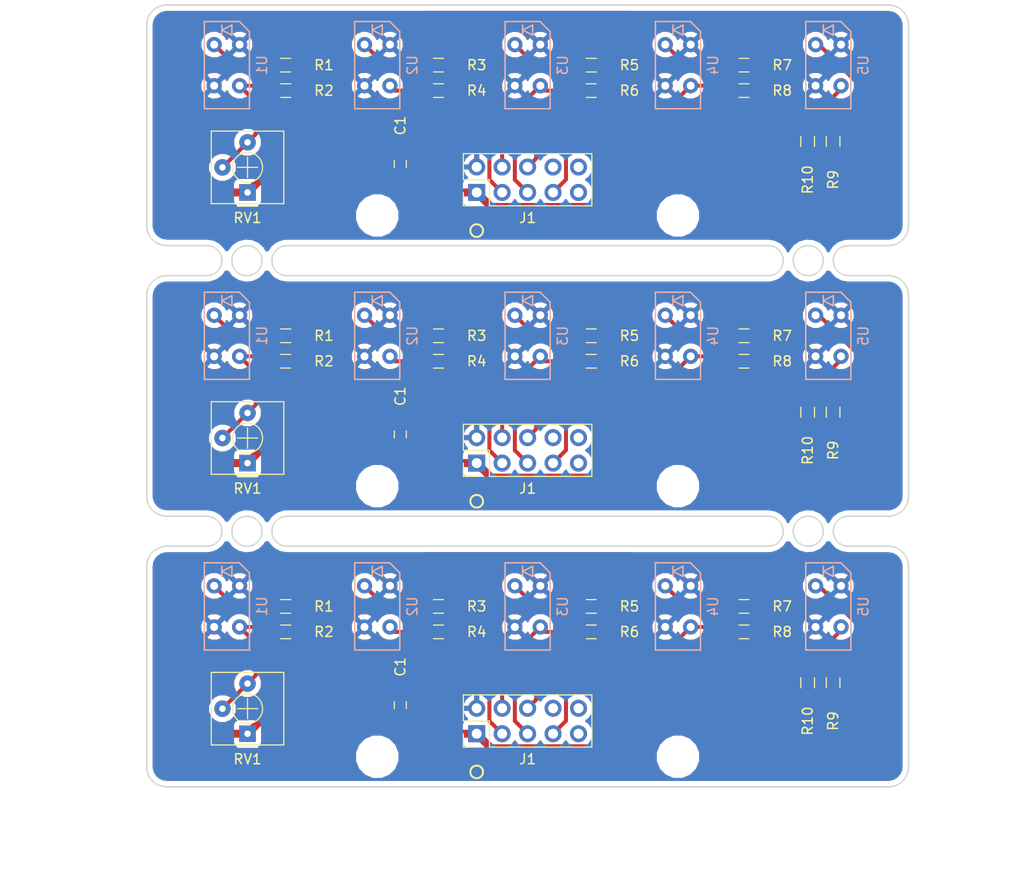
<source format=kicad_pcb>
(kicad_pcb (version 20171130) (host pcbnew "(5.0.2)-1")
  (layers (0 F.Cu signal) (31 B.Cu signal) (34 B.Paste user) (35 F.Paste user) (36 B.SilkS user) (37 F.SilkS user) (38 B.Mask user) (39 F.Mask user) (44 Edge.Cuts user))
  (net 0 "")
  (net 1 VCC)
  (net 2 GND)
  (net 3 "Net-(J1-Pad10)")
  (net 4 "Net-(J1-Pad9)")
  (net 5 "Net-(J1-Pad8)")
  (net 6 /OUT5)
  (net 7 /OUT4)
  (net 8 /OUT3)
  (net 9 /OUT2)
  (net 10 /OUT1)
  (net 11 "Net-(R1-Pad2)")
  (net 12 "Net-(R3-Pad2)")
  (net 13 "Net-(R5-Pad2)")
  (net 14 "Net-(R7-Pad2)")
  (net 15 "Net-(R9-Pad2)")
  (module photo-reflector:LBR-127HD (layer B.Cu) (at 163 120 90)
    (fp_text reference U4 (at 0 3.5 90) (layer B.SilkS) (effects (justify mirror)))
    (fp_text value BPR-205)
    (pad 1 thru_hole circle (at 2.05 1.27 90) (size 1.524 1.524) (drill 0.8) (layers *.Cu *.Mask) (net 2 GND))
    (pad 2 thru_hole circle (at 2.05 -1.27 90) (size 1.524 1.524) (drill 0.8) (layers *.Cu *.Mask) (net 14 "Net-(R7-Pad2)"))
    (pad 3 thru_hole circle (at -2.049999 1.27 90) (size 1.524 1.524) (drill 0.8) (layers *.Cu *.Mask) (net 7 /OUT4))
    (pad 4 thru_hole circle (at -2.049999 -1.27 90) (size 1.524 1.524) (drill 0.8) (layers *.Cu *.Mask) (net 2 GND))
  )
  (module photo-reflector:LBR-127HD (layer B.Cu) (at 163 93 90)
    (fp_text reference U4 (at 0 3.5 90) (layer B.SilkS) (effects (justify mirror)))
    (fp_text value BPR-205)
    (pad 1 thru_hole circle (at 2.05 1.27 90) (size 1.524 1.524) (drill 0.8) (layers *.Cu *.Mask) (net 2 GND))
    (pad 2 thru_hole circle (at 2.05 -1.27 90) (size 1.524 1.524) (drill 0.8) (layers *.Cu *.Mask) (net 14 "Net-(R7-Pad2)"))
    (pad 3 thru_hole circle (at -2.049999 1.27 90) (size 1.524 1.524) (drill 0.8) (layers *.Cu *.Mask) (net 7 /OUT4))
    (pad 4 thru_hole circle (at -2.049999 -1.27 90) (size 1.524 1.524) (drill 0.8) (layers *.Cu *.Mask) (net 2 GND))
  )
  (module photo-reflector:LBR-127HD (layer B.Cu) (at 133 120 90)
    (fp_text reference U2 (at 0 3.5 90) (layer B.SilkS) (effects (justify mirror)))
    (fp_text value BPR-205)
    (pad 1 thru_hole circle (at 2.05 1.27 90) (size 1.524 1.524) (drill 0.8) (layers *.Cu *.Mask) (net 2 GND))
    (pad 2 thru_hole circle (at 2.05 -1.27 90) (size 1.524 1.524) (drill 0.8) (layers *.Cu *.Mask) (net 12 "Net-(R3-Pad2)"))
    (pad 3 thru_hole circle (at -2.049999 1.27 90) (size 1.524 1.524) (drill 0.8) (layers *.Cu *.Mask) (net 9 /OUT2))
    (pad 4 thru_hole circle (at -2.049999 -1.27 90) (size 1.524 1.524) (drill 0.8) (layers *.Cu *.Mask) (net 2 GND))
  )
  (module photo-reflector:LBR-127HD (layer B.Cu) (at 133 93 90)
    (fp_text reference U2 (at 0 3.5 90) (layer B.SilkS) (effects (justify mirror)))
    (fp_text value BPR-205)
    (pad 1 thru_hole circle (at 2.05 1.27 90) (size 1.524 1.524) (drill 0.8) (layers *.Cu *.Mask) (net 2 GND))
    (pad 2 thru_hole circle (at 2.05 -1.27 90) (size 1.524 1.524) (drill 0.8) (layers *.Cu *.Mask) (net 12 "Net-(R3-Pad2)"))
    (pad 3 thru_hole circle (at -2.049999 1.27 90) (size 1.524 1.524) (drill 0.8) (layers *.Cu *.Mask) (net 9 /OUT2))
    (pad 4 thru_hole circle (at -2.049999 -1.27 90) (size 1.524 1.524) (drill 0.8) (layers *.Cu *.Mask) (net 2 GND))
  )
  (module photo-reflector:LBR-127HD (layer B.Cu) (at 118 120 90)
    (fp_text reference U1 (at 0 3.5 90) (layer B.SilkS) (effects (justify mirror)))
    (fp_text value BPR-205)
    (pad 4 thru_hole circle (at -2.049999 -1.27 90) (size 1.524 1.524) (drill 0.8) (layers *.Cu *.Mask) (net 2 GND))
    (pad 3 thru_hole circle (at -2.049999 1.27 90) (size 1.524 1.524) (drill 0.8) (layers *.Cu *.Mask) (net 10 /OUT1))
    (pad 2 thru_hole circle (at 2.05 -1.27 90) (size 1.524 1.524) (drill 0.8) (layers *.Cu *.Mask) (net 11 "Net-(R1-Pad2)"))
    (pad 1 thru_hole circle (at 2.05 1.27 90) (size 1.524 1.524) (drill 0.8) (layers *.Cu *.Mask) (net 2 GND))
  )
  (module photo-reflector:LBR-127HD (layer B.Cu) (at 118 93 90)
    (fp_text reference U1 (at 0 3.5 90) (layer B.SilkS) (effects (justify mirror)))
    (fp_text value BPR-205)
    (pad 4 thru_hole circle (at -2.049999 -1.27 90) (size 1.524 1.524) (drill 0.8) (layers *.Cu *.Mask) (net 2 GND))
    (pad 3 thru_hole circle (at -2.049999 1.27 90) (size 1.524 1.524) (drill 0.8) (layers *.Cu *.Mask) (net 10 /OUT1))
    (pad 2 thru_hole circle (at 2.05 -1.27 90) (size 1.524 1.524) (drill 0.8) (layers *.Cu *.Mask) (net 11 "Net-(R1-Pad2)"))
    (pad 1 thru_hole circle (at 2.05 1.27 90) (size 1.524 1.524) (drill 0.8) (layers *.Cu *.Mask) (net 2 GND))
  )
  (module Resistors_SMD:R_0603_HandSoldering (layer F.Cu) (at 178.48 127.62 90)
    (fp_text reference R9 (at -3.81 0 90) (layer F.SilkS))
    (fp_text value 150)
    (pad 2 smd rect (at 1.1 0 90) (size 1.2 0.9) (layers F.Cu F.Paste F.Mask) (net 15 "Net-(R9-Pad2)"))
    (pad 1 smd rect (at -1.1 0 90) (size 1.2 0.9) (layers F.Cu F.Paste F.Mask) (net 1 VCC))
  )
  (module Resistors_SMD:R_0603_HandSoldering (layer F.Cu) (at 178.48 100.62 90)
    (fp_text reference R9 (at -3.81 0 90) (layer F.SilkS))
    (fp_text value 150)
    (pad 2 smd rect (at 1.1 0 90) (size 1.2 0.9) (layers F.Cu F.Paste F.Mask) (net 15 "Net-(R9-Pad2)"))
    (pad 1 smd rect (at -1.1 0 90) (size 1.2 0.9) (layers F.Cu F.Paste F.Mask) (net 1 VCC))
  )
  (module Potentiometers:Potentiometer_Trimmer_Copal_CT-6EP (layer F.Cu) (at 120.06 132.7 180)
    (fp_text reference RV1 (at 0 -2.54 180) (layer F.SilkS))
    (fp_text value 50k)
    (pad 1 thru_hole rect (at 0 0 180) (size 1.65 1.65) (drill 0.65) (layers *.Cu *.Mask) (net 1 VCC))
    (pad 2 thru_hole circle (at 2.5 2.5 180) (size 1.65 1.65) (drill 0.65) (layers *.Cu *.Mask) (net 10 /OUT1))
    (pad 3 thru_hole circle (at 0 5 180) (size 1.65 1.65) (drill 0.65) (layers *.Cu *.Mask) (net 10 /OUT1))
  )
  (module Potentiometers:Potentiometer_Trimmer_Copal_CT-6EP (layer F.Cu) (at 120.06 105.7 180)
    (fp_text reference RV1 (at 0 -2.54 180) (layer F.SilkS))
    (fp_text value 50k)
    (pad 1 thru_hole rect (at 0 0 180) (size 1.65 1.65) (drill 0.65) (layers *.Cu *.Mask) (net 1 VCC))
    (pad 2 thru_hole circle (at 2.5 2.5 180) (size 1.65 1.65) (drill 0.65) (layers *.Cu *.Mask) (net 10 /OUT1))
    (pad 3 thru_hole circle (at 0 5 180) (size 1.65 1.65) (drill 0.65) (layers *.Cu *.Mask) (net 10 /OUT1))
  )
  (module Resistors_SMD:R_0603_HandSoldering (layer F.Cu) (at 175.94 127.62 90)
    (fp_text reference R10 (at -3.81 0 90) (layer F.SilkS))
    (fp_text value 10k)
    (pad 1 smd rect (at -1.1 0 90) (size 1.2 0.9) (layers F.Cu F.Paste F.Mask) (net 1 VCC))
    (pad 2 smd rect (at 1.1 0 90) (size 1.2 0.9) (layers F.Cu F.Paste F.Mask) (net 6 /OUT5))
  )
  (module Resistors_SMD:R_0603_HandSoldering (layer F.Cu) (at 175.94 100.62 90)
    (fp_text reference R10 (at -3.81 0 90) (layer F.SilkS))
    (fp_text value 10k)
    (pad 1 smd rect (at -1.1 0 90) (size 1.2 0.9) (layers F.Cu F.Paste F.Mask) (net 1 VCC))
    (pad 2 smd rect (at 1.1 0 90) (size 1.2 0.9) (layers F.Cu F.Paste F.Mask) (net 6 /OUT5))
  )
  (module photo-reflector:LBR-127HD (layer B.Cu) (at 148 120 90)
    (fp_text reference U3 (at 0 3.5 90) (layer B.SilkS) (effects (justify mirror)))
    (fp_text value BPR-205)
    (pad 4 thru_hole circle (at -2.049999 -1.27 90) (size 1.524 1.524) (drill 0.8) (layers *.Cu *.Mask) (net 2 GND))
    (pad 3 thru_hole circle (at -2.049999 1.27 90) (size 1.524 1.524) (drill 0.8) (layers *.Cu *.Mask) (net 8 /OUT3))
    (pad 2 thru_hole circle (at 2.05 -1.27 90) (size 1.524 1.524) (drill 0.8) (layers *.Cu *.Mask) (net 13 "Net-(R5-Pad2)"))
    (pad 1 thru_hole circle (at 2.05 1.27 90) (size 1.524 1.524) (drill 0.8) (layers *.Cu *.Mask) (net 2 GND))
  )
  (module photo-reflector:LBR-127HD (layer B.Cu) (at 148 93 90)
    (fp_text reference U3 (at 0 3.5 90) (layer B.SilkS) (effects (justify mirror)))
    (fp_text value BPR-205)
    (pad 4 thru_hole circle (at -2.049999 -1.27 90) (size 1.524 1.524) (drill 0.8) (layers *.Cu *.Mask) (net 2 GND))
    (pad 3 thru_hole circle (at -2.049999 1.27 90) (size 1.524 1.524) (drill 0.8) (layers *.Cu *.Mask) (net 8 /OUT3))
    (pad 2 thru_hole circle (at 2.05 -1.27 90) (size 1.524 1.524) (drill 0.8) (layers *.Cu *.Mask) (net 13 "Net-(R5-Pad2)"))
    (pad 1 thru_hole circle (at 2.05 1.27 90) (size 1.524 1.524) (drill 0.8) (layers *.Cu *.Mask) (net 2 GND))
  )
  (module Mounting_Holes:MountingHole_3.2mm_M3 (layer F.Cu) (at 163 135)
    (fp_text reference REF** hide)
    (fp_text value MountingHole_3.2mm_M3)
    (pad 1 np_thru_hole circle (at 0 0) (size 3.2 3.2) (drill 3.2) (layers *.Cu *.Mask))
  )
  (module Mounting_Holes:MountingHole_3.2mm_M3 (layer F.Cu) (at 163 108)
    (fp_text reference REF** hide)
    (fp_text value MountingHole_3.2mm_M3)
    (pad 1 np_thru_hole circle (at 0 0) (size 3.2 3.2) (drill 3.2) (layers *.Cu *.Mask))
  )
  (module photo-reflector:LBR-127HD (layer B.Cu) (at 178 120 90)
    (fp_text reference U5 (at 0 3.5 90) (layer B.SilkS) (effects (justify mirror)))
    (fp_text value BPR-205)
    (pad 4 thru_hole circle (at -2.049999 -1.27 90) (size 1.524 1.524) (drill 0.8) (layers *.Cu *.Mask) (net 2 GND))
    (pad 3 thru_hole circle (at -2.049999 1.27 90) (size 1.524 1.524) (drill 0.8) (layers *.Cu *.Mask) (net 6 /OUT5))
    (pad 2 thru_hole circle (at 2.05 -1.27 90) (size 1.524 1.524) (drill 0.8) (layers *.Cu *.Mask) (net 15 "Net-(R9-Pad2)"))
    (pad 1 thru_hole circle (at 2.05 1.27 90) (size 1.524 1.524) (drill 0.8) (layers *.Cu *.Mask) (net 2 GND))
  )
  (module photo-reflector:LBR-127HD (layer B.Cu) (at 178 93 90)
    (fp_text reference U5 (at 0 3.5 90) (layer B.SilkS) (effects (justify mirror)))
    (fp_text value BPR-205)
    (pad 4 thru_hole circle (at -2.049999 -1.27 90) (size 1.524 1.524) (drill 0.8) (layers *.Cu *.Mask) (net 2 GND))
    (pad 3 thru_hole circle (at -2.049999 1.27 90) (size 1.524 1.524) (drill 0.8) (layers *.Cu *.Mask) (net 6 /OUT5))
    (pad 2 thru_hole circle (at 2.05 -1.27 90) (size 1.524 1.524) (drill 0.8) (layers *.Cu *.Mask) (net 15 "Net-(R9-Pad2)"))
    (pad 1 thru_hole circle (at 2.05 1.27 90) (size 1.524 1.524) (drill 0.8) (layers *.Cu *.Mask) (net 2 GND))
  )
  (module Pin_Headers:Pin_Header_Straight_2x05_Pitch2.54mm (layer F.Cu) (at 142.92 132.7 90)
    (fp_text reference J1 (at -2.54 5.08 180) (layer F.SilkS))
    (fp_text value Conn_02x05_Odd_Even)
    (pad 1 thru_hole rect (at 0 0 90) (size 1.7 1.7) (drill 1) (layers *.Cu *.Mask) (net 1 VCC))
    (pad 2 thru_hole oval (at 2.54 0 90) (size 1.7 1.7) (drill 1) (layers *.Cu *.Mask) (net 2 GND))
    (pad 3 thru_hole oval (at 0 2.54 90) (size 1.7 1.7) (drill 1) (layers *.Cu *.Mask) (net 10 /OUT1))
    (pad 4 thru_hole oval (at 2.54 2.54 90) (size 1.7 1.7) (drill 1) (layers *.Cu *.Mask) (net 9 /OUT2))
    (pad 5 thru_hole oval (at 0 5.08 90) (size 1.7 1.7) (drill 1) (layers *.Cu *.Mask) (net 8 /OUT3))
    (pad 6 thru_hole oval (at 2.54 5.08 90) (size 1.7 1.7) (drill 1) (layers *.Cu *.Mask) (net 7 /OUT4))
    (pad 7 thru_hole oval (at 0 7.62 90) (size 1.7 1.7) (drill 1) (layers *.Cu *.Mask) (net 6 /OUT5))
    (pad 8 thru_hole oval (at 2.54 7.62 90) (size 1.7 1.7) (drill 1) (layers *.Cu *.Mask) (net 5 "Net-(J1-Pad8)"))
    (pad 9 thru_hole oval (at 0 10.16 90) (size 1.7 1.7) (drill 1) (layers *.Cu *.Mask) (net 4 "Net-(J1-Pad9)"))
    (pad 10 thru_hole oval (at 2.54 10.16 90) (size 1.7 1.7) (drill 1) (layers *.Cu *.Mask) (net 3 "Net-(J1-Pad10)"))
  )
  (module Pin_Headers:Pin_Header_Straight_2x05_Pitch2.54mm (layer F.Cu) (at 142.92 105.7 90)
    (fp_text reference J1 (at -2.54 5.08 180) (layer F.SilkS))
    (fp_text value Conn_02x05_Odd_Even)
    (pad 1 thru_hole rect (at 0 0 90) (size 1.7 1.7) (drill 1) (layers *.Cu *.Mask) (net 1 VCC))
    (pad 2 thru_hole oval (at 2.54 0 90) (size 1.7 1.7) (drill 1) (layers *.Cu *.Mask) (net 2 GND))
    (pad 3 thru_hole oval (at 0 2.54 90) (size 1.7 1.7) (drill 1) (layers *.Cu *.Mask) (net 10 /OUT1))
    (pad 4 thru_hole oval (at 2.54 2.54 90) (size 1.7 1.7) (drill 1) (layers *.Cu *.Mask) (net 9 /OUT2))
    (pad 5 thru_hole oval (at 0 5.08 90) (size 1.7 1.7) (drill 1) (layers *.Cu *.Mask) (net 8 /OUT3))
    (pad 6 thru_hole oval (at 2.54 5.08 90) (size 1.7 1.7) (drill 1) (layers *.Cu *.Mask) (net 7 /OUT4))
    (pad 7 thru_hole oval (at 0 7.62 90) (size 1.7 1.7) (drill 1) (layers *.Cu *.Mask) (net 6 /OUT5))
    (pad 8 thru_hole oval (at 2.54 7.62 90) (size 1.7 1.7) (drill 1) (layers *.Cu *.Mask) (net 5 "Net-(J1-Pad8)"))
    (pad 9 thru_hole oval (at 0 10.16 90) (size 1.7 1.7) (drill 1) (layers *.Cu *.Mask) (net 4 "Net-(J1-Pad9)"))
    (pad 10 thru_hole oval (at 2.54 10.16 90) (size 1.7 1.7) (drill 1) (layers *.Cu *.Mask) (net 3 "Net-(J1-Pad10)"))
  )
  (module Resistors_SMD:R_0603_HandSoldering (layer F.Cu) (at 169.59 120 180)
    (fp_text reference R7 (at -3.81 0 180) (layer F.SilkS))
    (fp_text value 150)
    (pad 2 smd rect (at 1.1 0 180) (size 1.2 0.9) (layers F.Cu F.Paste F.Mask) (net 14 "Net-(R7-Pad2)"))
    (pad 1 smd rect (at -1.1 0 180) (size 1.2 0.9) (layers F.Cu F.Paste F.Mask) (net 1 VCC))
  )
  (module Resistors_SMD:R_0603_HandSoldering (layer F.Cu) (at 169.59 93 180)
    (fp_text reference R7 (at -3.81 0 180) (layer F.SilkS))
    (fp_text value 150)
    (pad 2 smd rect (at 1.1 0 180) (size 1.2 0.9) (layers F.Cu F.Paste F.Mask) (net 14 "Net-(R7-Pad2)"))
    (pad 1 smd rect (at -1.1 0 180) (size 1.2 0.9) (layers F.Cu F.Paste F.Mask) (net 1 VCC))
  )
  (module Resistors_SMD:R_0603_HandSoldering (layer F.Cu) (at 154.35 122.54 180)
    (fp_text reference R6 (at -3.81 0 180) (layer F.SilkS))
    (fp_text value 10k)
    (pad 1 smd rect (at -1.1 0 180) (size 1.2 0.9) (layers F.Cu F.Paste F.Mask) (net 1 VCC))
    (pad 2 smd rect (at 1.1 0 180) (size 1.2 0.9) (layers F.Cu F.Paste F.Mask) (net 8 /OUT3))
  )
  (module Resistors_SMD:R_0603_HandSoldering (layer F.Cu) (at 154.35 95.54 180)
    (fp_text reference R6 (at -3.81 0 180) (layer F.SilkS))
    (fp_text value 10k)
    (pad 1 smd rect (at -1.1 0 180) (size 1.2 0.9) (layers F.Cu F.Paste F.Mask) (net 1 VCC))
    (pad 2 smd rect (at 1.1 0 180) (size 1.2 0.9) (layers F.Cu F.Paste F.Mask) (net 8 /OUT3))
  )
  (module Mounting_Holes:MountingHole_3.2mm_M3 (layer F.Cu) (at 133 135)
    (fp_text reference REF** hide)
    (fp_text value MountingHole_3.2mm_M3)
    (pad 1 np_thru_hole circle (at 0 0) (size 3.2 3.2) (drill 3.2) (layers *.Cu *.Mask))
  )
  (module Mounting_Holes:MountingHole_3.2mm_M3 (layer F.Cu) (at 133 108)
    (fp_text reference REF** hide)
    (fp_text value MountingHole_3.2mm_M3)
    (pad 1 np_thru_hole circle (at 0 0) (size 3.2 3.2) (drill 3.2) (layers *.Cu *.Mask))
  )
  (module Resistors_SMD:R_0603_HandSoldering (layer F.Cu) (at 154.35 120 180)
    (fp_text reference R5 (at -3.81 0 180) (layer F.SilkS))
    (fp_text value 150)
    (pad 2 smd rect (at 1.1 0 180) (size 1.2 0.9) (layers F.Cu F.Paste F.Mask) (net 13 "Net-(R5-Pad2)"))
    (pad 1 smd rect (at -1.1 0 180) (size 1.2 0.9) (layers F.Cu F.Paste F.Mask) (net 1 VCC))
  )
  (module Resistors_SMD:R_0603_HandSoldering (layer F.Cu) (at 154.35 93 180)
    (fp_text reference R5 (at -3.81 0 180) (layer F.SilkS))
    (fp_text value 150)
    (pad 2 smd rect (at 1.1 0 180) (size 1.2 0.9) (layers F.Cu F.Paste F.Mask) (net 13 "Net-(R5-Pad2)"))
    (pad 1 smd rect (at -1.1 0 180) (size 1.2 0.9) (layers F.Cu F.Paste F.Mask) (net 1 VCC))
  )
  (module Resistors_SMD:R_0603_HandSoldering (layer F.Cu) (at 139.11 122.54 180)
    (fp_text reference R4 (at -3.81 0 180) (layer F.SilkS))
    (fp_text value 10k)
    (pad 2 smd rect (at 1.1 0 180) (size 1.2 0.9) (layers F.Cu F.Paste F.Mask) (net 9 /OUT2))
    (pad 1 smd rect (at -1.1 0 180) (size 1.2 0.9) (layers F.Cu F.Paste F.Mask) (net 1 VCC))
  )
  (module Resistors_SMD:R_0603_HandSoldering (layer F.Cu) (at 139.11 95.54 180)
    (fp_text reference R4 (at -3.81 0 180) (layer F.SilkS))
    (fp_text value 10k)
    (pad 2 smd rect (at 1.1 0 180) (size 1.2 0.9) (layers F.Cu F.Paste F.Mask) (net 9 /OUT2))
    (pad 1 smd rect (at -1.1 0 180) (size 1.2 0.9) (layers F.Cu F.Paste F.Mask) (net 1 VCC))
  )
  (module Resistors_SMD:R_0603_HandSoldering (layer F.Cu) (at 139.11 120 180)
    (fp_text reference R3 (at -3.81 0 180) (layer F.SilkS))
    (fp_text value 150)
    (pad 1 smd rect (at -1.1 0 180) (size 1.2 0.9) (layers F.Cu F.Paste F.Mask) (net 1 VCC))
    (pad 2 smd rect (at 1.1 0 180) (size 1.2 0.9) (layers F.Cu F.Paste F.Mask) (net 12 "Net-(R3-Pad2)"))
  )
  (module Resistors_SMD:R_0603_HandSoldering (layer F.Cu) (at 139.11 93 180)
    (fp_text reference R3 (at -3.81 0 180) (layer F.SilkS))
    (fp_text value 150)
    (pad 1 smd rect (at -1.1 0 180) (size 1.2 0.9) (layers F.Cu F.Paste F.Mask) (net 1 VCC))
    (pad 2 smd rect (at 1.1 0 180) (size 1.2 0.9) (layers F.Cu F.Paste F.Mask) (net 12 "Net-(R3-Pad2)"))
  )
  (module Resistors_SMD:R_0603_HandSoldering (layer F.Cu) (at 123.87 122.54 180)
    (fp_text reference R2 (at -3.81 0 180) (layer F.SilkS))
    (fp_text value 10k)
    (pad 2 smd rect (at 1.1 0 180) (size 1.2 0.9) (layers F.Cu F.Paste F.Mask) (net 10 /OUT1))
    (pad 1 smd rect (at -1.1 0 180) (size 1.2 0.9) (layers F.Cu F.Paste F.Mask) (net 1 VCC))
  )
  (module Resistors_SMD:R_0603_HandSoldering (layer F.Cu) (at 123.87 95.54 180)
    (fp_text reference R2 (at -3.81 0 180) (layer F.SilkS))
    (fp_text value 10k)
    (pad 2 smd rect (at 1.1 0 180) (size 1.2 0.9) (layers F.Cu F.Paste F.Mask) (net 10 /OUT1))
    (pad 1 smd rect (at -1.1 0 180) (size 1.2 0.9) (layers F.Cu F.Paste F.Mask) (net 1 VCC))
  )
  (module Resistors_SMD:R_0603_HandSoldering (layer F.Cu) (at 123.87 120 180)
    (fp_text reference R1 (at -3.81 0 180) (layer F.SilkS))
    (fp_text value 150)
    (pad 1 smd rect (at -1.1 0 180) (size 1.2 0.9) (layers F.Cu F.Paste F.Mask) (net 1 VCC))
    (pad 2 smd rect (at 1.1 0 180) (size 1.2 0.9) (layers F.Cu F.Paste F.Mask) (net 11 "Net-(R1-Pad2)"))
  )
  (module Resistors_SMD:R_0603_HandSoldering (layer F.Cu) (at 123.87 93 180)
    (fp_text reference R1 (at -3.81 0 180) (layer F.SilkS))
    (fp_text value 150)
    (pad 1 smd rect (at -1.1 0 180) (size 1.2 0.9) (layers F.Cu F.Paste F.Mask) (net 1 VCC))
    (pad 2 smd rect (at 1.1 0 180) (size 1.2 0.9) (layers F.Cu F.Paste F.Mask) (net 11 "Net-(R1-Pad2)"))
  )
  (module Capacitors_SMD:C_0603_HandSoldering (layer F.Cu) (at 135.3 129.845 270)
    (fp_text reference C1 (at -3.81 0 270) (layer F.SilkS))
    (fp_text value C)
    (pad 1 smd rect (at -0.95 0 270) (size 1.2 0.75) (layers F.Cu F.Paste F.Mask) (net 2 GND))
    (pad 2 smd rect (at 0.95 0 270) (size 1.2 0.75) (layers F.Cu F.Paste F.Mask) (net 1 VCC))
  )
  (module Capacitors_SMD:C_0603_HandSoldering (layer F.Cu) (at 135.3 102.845 270)
    (fp_text reference C1 (at -3.81 0 270) (layer F.SilkS))
    (fp_text value C)
    (pad 1 smd rect (at -0.95 0 270) (size 1.2 0.75) (layers F.Cu F.Paste F.Mask) (net 2 GND))
    (pad 2 smd rect (at 0.95 0 270) (size 1.2 0.75) (layers F.Cu F.Paste F.Mask) (net 1 VCC))
  )
  (module Resistors_SMD:R_0603_HandSoldering (layer F.Cu) (at 169.59 122.54 180)
    (fp_text reference R8 (at -3.81 0 180) (layer F.SilkS))
    (fp_text value 10k)
    (pad 1 smd rect (at -1.1 0 180) (size 1.2 0.9) (layers F.Cu F.Paste F.Mask) (net 1 VCC))
    (pad 2 smd rect (at 1.1 0 180) (size 1.2 0.9) (layers F.Cu F.Paste F.Mask) (net 7 /OUT4))
  )
  (module Resistors_SMD:R_0603_HandSoldering (layer F.Cu) (at 169.59 95.54 180)
    (fp_text reference R8 (at -3.81 0 180) (layer F.SilkS))
    (fp_text value 10k)
    (pad 1 smd rect (at -1.1 0 180) (size 1.2 0.9) (layers F.Cu F.Paste F.Mask) (net 1 VCC))
    (pad 2 smd rect (at 1.1 0 180) (size 1.2 0.9) (layers F.Cu F.Paste F.Mask) (net 7 /OUT4))
  )
  (module Mounting_Holes:MountingHole_3.2mm_M3 (layer F.Cu) (at 133 81)
    (fp_text reference REF** hide)
    (fp_text value MountingHole_3.2mm_M3)
    (pad 1 np_thru_hole circle (at 0 0) (size 3.2 3.2) (drill 3.2) (layers *.Cu *.Mask))
  )
  (module Capacitors_SMD:C_0603_HandSoldering (layer F.Cu) (at 135.3 75.845 270)
    (fp_text reference C1 (at -3.81 0 270) (layer F.SilkS))
    (fp_text value C)
    (pad 2 smd rect (at 0.95 0 270) (size 1.2 0.75) (layers F.Cu F.Paste F.Mask) (net 1 VCC))
    (pad 1 smd rect (at -0.95 0 270) (size 1.2 0.75) (layers F.Cu F.Paste F.Mask) (net 2 GND))
  )
  (module Resistors_SMD:R_0603_HandSoldering (layer F.Cu) (at 123.87 66 180)
    (fp_text reference R1 (at -3.81 0 180) (layer F.SilkS))
    (fp_text value 150)
    (pad 2 smd rect (at 1.1 0 180) (size 1.2 0.9) (layers F.Cu F.Paste F.Mask) (net 11 "Net-(R1-Pad2)"))
    (pad 1 smd rect (at -1.1 0 180) (size 1.2 0.9) (layers F.Cu F.Paste F.Mask) (net 1 VCC))
  )
  (module Resistors_SMD:R_0603_HandSoldering (layer F.Cu) (at 123.87 68.54 180)
    (fp_text reference R2 (at -3.81 0 180) (layer F.SilkS))
    (fp_text value 10k)
    (pad 1 smd rect (at -1.1 0 180) (size 1.2 0.9) (layers F.Cu F.Paste F.Mask) (net 1 VCC))
    (pad 2 smd rect (at 1.1 0 180) (size 1.2 0.9) (layers F.Cu F.Paste F.Mask) (net 10 /OUT1))
  )
  (module Resistors_SMD:R_0603_HandSoldering (layer F.Cu) (at 139.11 66 180)
    (fp_text reference R3 (at -3.81 0 180) (layer F.SilkS))
    (fp_text value 150)
    (pad 2 smd rect (at 1.1 0 180) (size 1.2 0.9) (layers F.Cu F.Paste F.Mask) (net 12 "Net-(R3-Pad2)"))
    (pad 1 smd rect (at -1.1 0 180) (size 1.2 0.9) (layers F.Cu F.Paste F.Mask) (net 1 VCC))
  )
  (module Resistors_SMD:R_0603_HandSoldering (layer F.Cu) (at 139.11 68.54 180)
    (fp_text reference R4 (at -3.81 0 180) (layer F.SilkS))
    (fp_text value 10k)
    (pad 1 smd rect (at -1.1 0 180) (size 1.2 0.9) (layers F.Cu F.Paste F.Mask) (net 1 VCC))
    (pad 2 smd rect (at 1.1 0 180) (size 1.2 0.9) (layers F.Cu F.Paste F.Mask) (net 9 /OUT2))
  )
  (module Resistors_SMD:R_0603_HandSoldering (layer F.Cu) (at 154.35 66 180)
    (fp_text reference R5 (at -3.81 0 180) (layer F.SilkS))
    (fp_text value 150)
    (pad 1 smd rect (at -1.1 0 180) (size 1.2 0.9) (layers F.Cu F.Paste F.Mask) (net 1 VCC))
    (pad 2 smd rect (at 1.1 0 180) (size 1.2 0.9) (layers F.Cu F.Paste F.Mask) (net 13 "Net-(R5-Pad2)"))
  )
  (module Resistors_SMD:R_0603_HandSoldering (layer F.Cu) (at 154.35 68.54 180)
    (fp_text reference R6 (at -3.81 0 180) (layer F.SilkS))
    (fp_text value 10k)
    (pad 2 smd rect (at 1.1 0 180) (size 1.2 0.9) (layers F.Cu F.Paste F.Mask) (net 8 /OUT3))
    (pad 1 smd rect (at -1.1 0 180) (size 1.2 0.9) (layers F.Cu F.Paste F.Mask) (net 1 VCC))
  )
  (module Resistors_SMD:R_0603_HandSoldering (layer F.Cu) (at 169.59 66 180)
    (fp_text reference R7 (at -3.81 0 180) (layer F.SilkS))
    (fp_text value 150)
    (pad 1 smd rect (at -1.1 0 180) (size 1.2 0.9) (layers F.Cu F.Paste F.Mask) (net 1 VCC))
    (pad 2 smd rect (at 1.1 0 180) (size 1.2 0.9) (layers F.Cu F.Paste F.Mask) (net 14 "Net-(R7-Pad2)"))
  )
  (module Resistors_SMD:R_0603_HandSoldering (layer F.Cu) (at 169.59 68.54 180)
    (fp_text reference R8 (at -3.81 0 180) (layer F.SilkS))
    (fp_text value 10k)
    (pad 2 smd rect (at 1.1 0 180) (size 1.2 0.9) (layers F.Cu F.Paste F.Mask) (net 7 /OUT4))
    (pad 1 smd rect (at -1.1 0 180) (size 1.2 0.9) (layers F.Cu F.Paste F.Mask) (net 1 VCC))
  )
  (module Resistors_SMD:R_0603_HandSoldering (layer F.Cu) (at 178.48 73.62 90)
    (fp_text reference R9 (at -3.81 0 90) (layer F.SilkS))
    (fp_text value 150)
    (pad 1 smd rect (at -1.1 0 90) (size 1.2 0.9) (layers F.Cu F.Paste F.Mask) (net 1 VCC))
    (pad 2 smd rect (at 1.1 0 90) (size 1.2 0.9) (layers F.Cu F.Paste F.Mask) (net 15 "Net-(R9-Pad2)"))
  )
  (module Resistors_SMD:R_0603_HandSoldering (layer F.Cu) (at 175.94 73.62 90)
    (fp_text reference R10 (at -3.81 0 90) (layer F.SilkS))
    (fp_text value 10k)
    (pad 2 smd rect (at 1.1 0 90) (size 1.2 0.9) (layers F.Cu F.Paste F.Mask) (net 6 /OUT5))
    (pad 1 smd rect (at -1.1 0 90) (size 1.2 0.9) (layers F.Cu F.Paste F.Mask) (net 1 VCC))
  )
  (module photo-reflector:LBR-127HD (layer B.Cu) (at 118 66 90)
    (fp_text reference U1 (at 0 3.5 90) (layer B.SilkS) (effects (justify mirror)))
    (fp_text value BPR-205)
    (pad 1 thru_hole circle (at 2.05 1.27 90) (size 1.524 1.524) (drill 0.8) (layers *.Cu *.Mask) (net 2 GND))
    (pad 2 thru_hole circle (at 2.05 -1.27 90) (size 1.524 1.524) (drill 0.8) (layers *.Cu *.Mask) (net 11 "Net-(R1-Pad2)"))
    (pad 3 thru_hole circle (at -2.049999 1.27 90) (size 1.524 1.524) (drill 0.8) (layers *.Cu *.Mask) (net 10 /OUT1))
    (pad 4 thru_hole circle (at -2.049999 -1.27 90) (size 1.524 1.524) (drill 0.8) (layers *.Cu *.Mask) (net 2 GND))
  )
  (module photo-reflector:LBR-127HD (layer B.Cu) (at 133 66 90)
    (fp_text reference U2 (at 0 3.5 90) (layer B.SilkS) (effects (justify mirror)))
    (fp_text value BPR-205)
    (pad 4 thru_hole circle (at -2.049999 -1.27 90) (size 1.524 1.524) (drill 0.8) (layers *.Cu *.Mask) (net 2 GND))
    (pad 3 thru_hole circle (at -2.049999 1.27 90) (size 1.524 1.524) (drill 0.8) (layers *.Cu *.Mask) (net 9 /OUT2))
    (pad 2 thru_hole circle (at 2.05 -1.27 90) (size 1.524 1.524) (drill 0.8) (layers *.Cu *.Mask) (net 12 "Net-(R3-Pad2)"))
    (pad 1 thru_hole circle (at 2.05 1.27 90) (size 1.524 1.524) (drill 0.8) (layers *.Cu *.Mask) (net 2 GND))
  )
  (module photo-reflector:LBR-127HD (layer B.Cu) (at 148 66 90)
    (fp_text reference U3 (at 0 3.5 90) (layer B.SilkS) (effects (justify mirror)))
    (fp_text value BPR-205)
    (pad 1 thru_hole circle (at 2.05 1.27 90) (size 1.524 1.524) (drill 0.8) (layers *.Cu *.Mask) (net 2 GND))
    (pad 2 thru_hole circle (at 2.05 -1.27 90) (size 1.524 1.524) (drill 0.8) (layers *.Cu *.Mask) (net 13 "Net-(R5-Pad2)"))
    (pad 3 thru_hole circle (at -2.049999 1.27 90) (size 1.524 1.524) (drill 0.8) (layers *.Cu *.Mask) (net 8 /OUT3))
    (pad 4 thru_hole circle (at -2.049999 -1.27 90) (size 1.524 1.524) (drill 0.8) (layers *.Cu *.Mask) (net 2 GND))
  )
  (module photo-reflector:LBR-127HD (layer B.Cu) (at 163 66 90)
    (fp_text reference U4 (at 0 3.5 90) (layer B.SilkS) (effects (justify mirror)))
    (fp_text value BPR-205)
    (pad 4 thru_hole circle (at -2.049999 -1.27 90) (size 1.524 1.524) (drill 0.8) (layers *.Cu *.Mask) (net 2 GND))
    (pad 3 thru_hole circle (at -2.049999 1.27 90) (size 1.524 1.524) (drill 0.8) (layers *.Cu *.Mask) (net 7 /OUT4))
    (pad 2 thru_hole circle (at 2.05 -1.27 90) (size 1.524 1.524) (drill 0.8) (layers *.Cu *.Mask) (net 14 "Net-(R7-Pad2)"))
    (pad 1 thru_hole circle (at 2.05 1.27 90) (size 1.524 1.524) (drill 0.8) (layers *.Cu *.Mask) (net 2 GND))
  )
  (module photo-reflector:LBR-127HD (layer B.Cu) (at 178 66 90)
    (fp_text reference U5 (at 0 3.5 90) (layer B.SilkS) (effects (justify mirror)))
    (fp_text value BPR-205)
    (pad 1 thru_hole circle (at 2.05 1.27 90) (size 1.524 1.524) (drill 0.8) (layers *.Cu *.Mask) (net 2 GND))
    (pad 2 thru_hole circle (at 2.05 -1.27 90) (size 1.524 1.524) (drill 0.8) (layers *.Cu *.Mask) (net 15 "Net-(R9-Pad2)"))
    (pad 3 thru_hole circle (at -2.049999 1.27 90) (size 1.524 1.524) (drill 0.8) (layers *.Cu *.Mask) (net 6 /OUT5))
    (pad 4 thru_hole circle (at -2.049999 -1.27 90) (size 1.524 1.524) (drill 0.8) (layers *.Cu *.Mask) (net 2 GND))
  )
  (module Pin_Headers:Pin_Header_Straight_2x05_Pitch2.54mm (layer F.Cu) (at 142.92 78.7 90)
    (fp_text reference J1 (at -2.54 5.08 180) (layer F.SilkS))
    (fp_text value Conn_02x05_Odd_Even)
    (pad 10 thru_hole oval (at 2.54 10.16 90) (size 1.7 1.7) (drill 1) (layers *.Cu *.Mask) (net 3 "Net-(J1-Pad10)"))
    (pad 9 thru_hole oval (at 0 10.16 90) (size 1.7 1.7) (drill 1) (layers *.Cu *.Mask) (net 4 "Net-(J1-Pad9)"))
    (pad 8 thru_hole oval (at 2.54 7.62 90) (size 1.7 1.7) (drill 1) (layers *.Cu *.Mask) (net 5 "Net-(J1-Pad8)"))
    (pad 7 thru_hole oval (at 0 7.62 90) (size 1.7 1.7) (drill 1) (layers *.Cu *.Mask) (net 6 /OUT5))
    (pad 6 thru_hole oval (at 2.54 5.08 90) (size 1.7 1.7) (drill 1) (layers *.Cu *.Mask) (net 7 /OUT4))
    (pad 5 thru_hole oval (at 0 5.08 90) (size 1.7 1.7) (drill 1) (layers *.Cu *.Mask) (net 8 /OUT3))
    (pad 4 thru_hole oval (at 2.54 2.54 90) (size 1.7 1.7) (drill 1) (layers *.Cu *.Mask) (net 9 /OUT2))
    (pad 3 thru_hole oval (at 0 2.54 90) (size 1.7 1.7) (drill 1) (layers *.Cu *.Mask) (net 10 /OUT1))
    (pad 2 thru_hole oval (at 2.54 0 90) (size 1.7 1.7) (drill 1) (layers *.Cu *.Mask) (net 2 GND))
    (pad 1 thru_hole rect (at 0 0 90) (size 1.7 1.7) (drill 1) (layers *.Cu *.Mask) (net 1 VCC))
  )
  (module Potentiometers:Potentiometer_Trimmer_Copal_CT-6EP (layer F.Cu) (at 120.06 78.7 180)
    (fp_text reference RV1 (at 0 -2.54 180) (layer F.SilkS))
    (fp_text value 50k)
    (pad 3 thru_hole circle (at 0 5 180) (size 1.65 1.65) (drill 0.65) (layers *.Cu *.Mask) (net 10 /OUT1))
    (pad 2 thru_hole circle (at 2.5 2.5 180) (size 1.65 1.65) (drill 0.65) (layers *.Cu *.Mask) (net 10 /OUT1))
    (pad 1 thru_hole rect (at 0 0 180) (size 1.65 1.65) (drill 0.65) (layers *.Cu *.Mask) (net 1 VCC))
  )
  (module Mounting_Holes:MountingHole_3.2mm_M3 (layer F.Cu) (at 163 81)
    (fp_text reference REF** hide)
    (fp_text value MountingHole_3.2mm_M3)
    (pad 1 np_thru_hole circle (at 0 0) (size 3.2 3.2) (drill 3.2) (layers *.Cu *.Mask))
  )
  (gr_line (start 124 111) (end 172 111) (layer Edge.Cuts) (width 0.15))
  (gr_line (start 124 114) (end 172 114) (layer Edge.Cuts) (width 0.15))
  (gr_line (start 180 114) (end 184 114) (layer Edge.Cuts) (width 0.15))
  (gr_line (start 180 111) (end 184 111) (layer Edge.Cuts) (width 0.15))
  (gr_arc (start 172 112.5) (end 172 114) (angle -180) (layer Edge.Cuts) (width 0.15))
  (gr_arc (start 180 112.5) (end 180 111) (angle -180) (layer Edge.Cuts) (width 0.15))
  (gr_circle (center 176 112.5) (end 176 111) (layer Edge.Cuts) (width 0.15))
  (gr_arc (start 124 112.5) (end 124 111) (angle -180) (layer Edge.Cuts) (width 0.15))
  (gr_circle (center 120 112.5) (end 120 111) (layer Edge.Cuts) (width 0.15))
  (gr_arc (start 116 112.5) (end 116 114) (angle -180) (layer Edge.Cuts) (width 0.15))
  (gr_line (start 124 87) (end 172 87) (layer Edge.Cuts) (width 0.15))
  (gr_line (start 124 84) (end 172 84) (layer Edge.Cuts) (width 0.15))
  (gr_arc (start 124 85.5) (end 124 84) (angle -180) (layer Edge.Cuts) (width 0.15))
  (gr_arc (start 116 85.5) (end 116 87) (angle -180) (layer Edge.Cuts) (width 0.15))
  (gr_circle (center 120 85.5) (end 120 84) (layer Edge.Cuts) (width 0.15))
  (gr_line (start 180 87) (end 184 87) (layer Edge.Cuts) (width 0.15))
  (gr_line (start 180 84) (end 184 84) (layer Edge.Cuts) (width 0.15))
  (gr_arc (start 172 85.5) (end 172 87) (angle -180) (layer Edge.Cuts) (width 0.15))
  (gr_circle (center 176 85.5) (end 177.5 85.5) (layer Edge.Cuts) (width 0.15))
  (gr_arc (start 180 85.5) (end 180 84) (angle -180) (layer Edge.Cuts) (width 0.15))
  (gr_line (start 110 116) (end 110 136) (layer Edge.Cuts) (width 0.15))
  (gr_line (start 110 89) (end 110 109) (layer Edge.Cuts) (width 0.15))
  (gr_line (start 186 116) (end 186 136) (layer Edge.Cuts) (width 0.15))
  (gr_line (start 186 89) (end 186 109) (layer Edge.Cuts) (width 0.15))
  (gr_line (start 112 114) (end 116 114) (layer Edge.Cuts) (width 0.15))
  (gr_line (start 112 87) (end 116 87) (layer Edge.Cuts) (width 0.15))
  (gr_line (start 112 138) (end 184 138) (layer Edge.Cuts) (width 0.15))
  (gr_line (start 112 111) (end 116 111) (layer Edge.Cuts) (width 0.15))
  (gr_arc (start 184 116) (end 186 116) (angle -90) (layer Edge.Cuts) (width 0.15))
  (gr_arc (start 184 89) (end 186 89) (angle -90) (layer Edge.Cuts) (width 0.15))
  (gr_arc (start 112 116) (end 112 114) (angle -90) (layer Edge.Cuts) (width 0.15))
  (gr_arc (start 112 89) (end 112 87) (angle -90) (layer Edge.Cuts) (width 0.15))
  (gr_circle (center 142.92 136.51) (end 143.555 136.51) (layer F.SilkS) (width 0.2))
  (gr_circle (center 142.92 109.51) (end 143.555 109.51) (layer F.SilkS) (width 0.2))
  (gr_arc (start 112 136) (end 110 136) (angle -90) (layer Edge.Cuts) (width 0.15))
  (gr_arc (start 112 109) (end 110 109) (angle -90) (layer Edge.Cuts) (width 0.15))
  (gr_arc (start 184 136) (end 184 138) (angle -90) (layer Edge.Cuts) (width 0.15))
  (gr_arc (start 184 109) (end 184 111) (angle -90) (layer Edge.Cuts) (width 0.15))
  (gr_circle (center 142.92 82.51) (end 143.555 82.51) (layer F.SilkS) (width 0.2))
  (gr_arc (start 184 82) (end 184 84) (angle -90) (layer Edge.Cuts) (width 0.15))
  (gr_arc (start 112 82) (end 110 82) (angle -90) (layer Edge.Cuts) (width 0.15))
  (gr_arc (start 112 62) (end 112 60) (angle -90) (layer Edge.Cuts) (width 0.15))
  (gr_arc (start 184 62) (end 186 62) (angle -90) (layer Edge.Cuts) (width 0.15))
  (gr_line (start 186 62) (end 186 82) (layer Edge.Cuts) (width 0.15))
  (gr_line (start 110 62) (end 110 82) (layer Edge.Cuts) (width 0.15))
  (gr_line (start 112 60) (end 184 60) (layer Edge.Cuts) (width 0.15))
  (gr_line (start 112 84) (end 116 84) (layer Edge.Cuts) (width 0.15))
  (segment (start 124.97 68.54) (end 124.97 66) (width 0.8) (layer F.Cu) (net 1))
  (segment (start 140.21 66) (end 140.21 68.54) (width 0.8) (layer F.Cu) (net 1))
  (segment (start 155.45 66) (end 155.45 68.54) (width 0.8) (layer F.Cu) (net 1))
  (segment (start 170.69 66) (end 170.69 68.54) (width 0.8) (layer F.Cu) (net 1))
  (segment (start 178.48 74.72) (end 175.94 74.72) (width 0.8) (layer F.Cu) (net 1))
  (segment (start 173.865 76.795) (end 175.94 74.72) (width 0.8) (layer F.Cu) (net 1))
  (segment (start 160.7 76.795) (end 173.865 76.795) (width 0.8) (layer F.Cu) (net 1))
  (segment (start 157.344999 80.150001) (end 160.7 76.795) (width 0.8) (layer F.Cu) (net 1))
  (segment (start 142.92 78.7) (end 144.370001 80.150001) (width 0.8) (layer F.Cu) (net 1))
  (segment (start 144.370001 80.150001) (end 157.344999 80.150001) (width 0.8) (layer F.Cu) (net 1))
  (segment (start 121.965 76.795) (end 120.06 78.7) (width 0.8) (layer F.Cu) (net 1))
  (segment (start 139.365 76.795) (end 121.965 76.795) (width 0.8) (layer F.Cu) (net 1))
  (segment (start 142.92 78.7) (end 141.27 78.7) (width 0.8) (layer F.Cu) (net 1))
  (segment (start 141.27 78.7) (end 139.365 76.795) (width 0.8) (layer F.Cu) (net 1))
  (segment (start 140.21 64.56) (end 140.21 66) (width 0.8) (layer F.Cu) (net 1))
  (segment (start 117.52 78.7) (end 114.345 75.525) (width 0.8) (layer F.Cu) (net 1))
  (segment (start 120.06 78.7) (end 117.52 78.7) (width 0.8) (layer F.Cu) (net 1))
  (segment (start 114.345 75.525) (end 114.345 63.46) (width 0.8) (layer F.Cu) (net 1))
  (segment (start 114.345 63.46) (end 116.25 61.555) (width 0.8) (layer F.Cu) (net 1))
  (segment (start 137.205 61.555) (end 140.21 64.56) (width 0.8) (layer F.Cu) (net 1))
  (segment (start 155.45 64.9) (end 155.45 66) (width 0.8) (layer F.Cu) (net 1))
  (segment (start 179.73 74.72) (end 182.29 72.16) (width 0.8) (layer F.Cu) (net 1))
  (segment (start 178.48 74.72) (end 179.73 74.72) (width 0.8) (layer F.Cu) (net 1))
  (segment (start 182.29 63.46) (end 180.385 61.555) (width 0.8) (layer F.Cu) (net 1))
  (segment (start 182.29 72.16) (end 182.29 63.46) (width 0.8) (layer F.Cu) (net 1))
  (segment (start 158.795 61.555) (end 155.45 64.9) (width 0.8) (layer F.Cu) (net 1))
  (segment (start 180.385 61.555) (end 170.86 61.555) (width 0.8) (layer F.Cu) (net 1))
  (segment (start 170.86 61.555) (end 158.795 61.555) (width 0.8) (layer F.Cu) (net 1))
  (segment (start 170.69 61.725) (end 170.86 61.555) (width 0.8) (layer F.Cu) (net 1))
  (segment (start 170.69 66) (end 170.69 61.725) (width 0.8) (layer F.Cu) (net 1))
  (segment (start 116.25 61.555) (end 125.14 61.555) (width 0.8) (layer F.Cu) (net 1))
  (segment (start 125.14 61.555) (end 137.205 61.555) (width 0.8) (layer F.Cu) (net 1))
  (segment (start 124.97 61.725) (end 125.14 61.555) (width 0.8) (layer F.Cu) (net 1))
  (segment (start 124.97 66) (end 124.97 61.725) (width 0.8) (layer F.Cu) (net 1))
  (segment (start 124.97 95.54) (end 124.97 93) (width 0.8) (layer F.Cu) (net 1))
  (segment (start 124.97 122.54) (end 124.97 120) (width 0.8) (layer F.Cu) (net 1))
  (segment (start 140.21 93) (end 140.21 95.54) (width 0.8) (layer F.Cu) (net 1))
  (segment (start 140.21 120) (end 140.21 122.54) (width 0.8) (layer F.Cu) (net 1))
  (segment (start 170.69 93) (end 170.69 95.54) (width 0.8) (layer F.Cu) (net 1))
  (segment (start 170.69 120) (end 170.69 122.54) (width 0.8) (layer F.Cu) (net 1))
  (segment (start 178.48 101.72) (end 175.94 101.72) (width 0.8) (layer F.Cu) (net 1))
  (segment (start 178.48 128.72) (end 175.94 128.72) (width 0.8) (layer F.Cu) (net 1))
  (segment (start 155.45 93) (end 155.45 95.54) (width 0.8) (layer F.Cu) (net 1))
  (segment (start 155.45 120) (end 155.45 122.54) (width 0.8) (layer F.Cu) (net 1))
  (segment (start 173.865 103.795) (end 175.94 101.72) (width 0.8) (layer F.Cu) (net 1))
  (segment (start 173.865 130.795) (end 175.94 128.72) (width 0.8) (layer F.Cu) (net 1))
  (segment (start 117.52 105.7) (end 114.345 102.525) (width 0.8) (layer F.Cu) (net 1))
  (segment (start 117.52 132.7) (end 114.345 129.525) (width 0.8) (layer F.Cu) (net 1))
  (segment (start 179.73 101.72) (end 182.29 99.16) (width 0.8) (layer F.Cu) (net 1))
  (segment (start 179.73 128.72) (end 182.29 126.16) (width 0.8) (layer F.Cu) (net 1))
  (segment (start 182.29 90.46) (end 180.385 88.555) (width 0.8) (layer F.Cu) (net 1))
  (segment (start 182.29 117.46) (end 180.385 115.555) (width 0.8) (layer F.Cu) (net 1))
  (segment (start 139.365 103.795) (end 121.965 103.795) (width 0.8) (layer F.Cu) (net 1))
  (segment (start 139.365 130.795) (end 121.965 130.795) (width 0.8) (layer F.Cu) (net 1))
  (segment (start 178.48 101.72) (end 179.73 101.72) (width 0.8) (layer F.Cu) (net 1))
  (segment (start 178.48 128.72) (end 179.73 128.72) (width 0.8) (layer F.Cu) (net 1))
  (segment (start 182.29 99.16) (end 182.29 90.46) (width 0.8) (layer F.Cu) (net 1))
  (segment (start 182.29 126.16) (end 182.29 117.46) (width 0.8) (layer F.Cu) (net 1))
  (segment (start 158.795 88.555) (end 155.45 91.9) (width 0.8) (layer F.Cu) (net 1))
  (segment (start 158.795 115.555) (end 155.45 118.9) (width 0.8) (layer F.Cu) (net 1))
  (segment (start 142.92 105.7) (end 141.27 105.7) (width 0.8) (layer F.Cu) (net 1))
  (segment (start 142.92 132.7) (end 141.27 132.7) (width 0.8) (layer F.Cu) (net 1))
  (segment (start 144.370001 107.150001) (end 157.344999 107.150001) (width 0.8) (layer F.Cu) (net 1))
  (segment (start 144.370001 134.150001) (end 157.344999 134.150001) (width 0.8) (layer F.Cu) (net 1))
  (segment (start 121.965 103.795) (end 120.06 105.7) (width 0.8) (layer F.Cu) (net 1))
  (segment (start 121.965 130.795) (end 120.06 132.7) (width 0.8) (layer F.Cu) (net 1))
  (segment (start 120.06 105.7) (end 117.52 105.7) (width 0.8) (layer F.Cu) (net 1))
  (segment (start 120.06 132.7) (end 117.52 132.7) (width 0.8) (layer F.Cu) (net 1))
  (segment (start 114.345 102.525) (end 114.345 90.46) (width 0.8) (layer F.Cu) (net 1))
  (segment (start 114.345 129.525) (end 114.345 117.46) (width 0.8) (layer F.Cu) (net 1))
  (segment (start 114.345 90.46) (end 116.25 88.555) (width 0.8) (layer F.Cu) (net 1))
  (segment (start 114.345 117.46) (end 116.25 115.555) (width 0.8) (layer F.Cu) (net 1))
  (segment (start 157.344999 107.150001) (end 160.7 103.795) (width 0.8) (layer F.Cu) (net 1))
  (segment (start 157.344999 134.150001) (end 160.7 130.795) (width 0.8) (layer F.Cu) (net 1))
  (segment (start 141.27 105.7) (end 139.365 103.795) (width 0.8) (layer F.Cu) (net 1))
  (segment (start 141.27 132.7) (end 139.365 130.795) (width 0.8) (layer F.Cu) (net 1))
  (segment (start 140.21 91.56) (end 140.21 93) (width 0.8) (layer F.Cu) (net 1))
  (segment (start 140.21 118.56) (end 140.21 120) (width 0.8) (layer F.Cu) (net 1))
  (segment (start 137.205 88.555) (end 140.21 91.56) (width 0.8) (layer F.Cu) (net 1))
  (segment (start 137.205 115.555) (end 140.21 118.56) (width 0.8) (layer F.Cu) (net 1))
  (segment (start 160.7 103.795) (end 173.865 103.795) (width 0.8) (layer F.Cu) (net 1))
  (segment (start 160.7 130.795) (end 173.865 130.795) (width 0.8) (layer F.Cu) (net 1))
  (segment (start 142.92 105.7) (end 144.370001 107.150001) (width 0.8) (layer F.Cu) (net 1))
  (segment (start 142.92 132.7) (end 144.370001 134.150001) (width 0.8) (layer F.Cu) (net 1))
  (segment (start 155.45 91.9) (end 155.45 93) (width 0.8) (layer F.Cu) (net 1))
  (segment (start 155.45 118.9) (end 155.45 120) (width 0.8) (layer F.Cu) (net 1))
  (segment (start 170.69 93) (end 170.69 88.725) (width 0.8) (layer F.Cu) (net 1))
  (segment (start 170.69 120) (end 170.69 115.725) (width 0.8) (layer F.Cu) (net 1))
  (segment (start 116.25 88.555) (end 125.14 88.555) (width 0.8) (layer F.Cu) (net 1))
  (segment (start 116.25 115.555) (end 125.14 115.555) (width 0.8) (layer F.Cu) (net 1))
  (segment (start 124.97 88.725) (end 125.14 88.555) (width 0.8) (layer F.Cu) (net 1))
  (segment (start 124.97 115.725) (end 125.14 115.555) (width 0.8) (layer F.Cu) (net 1))
  (segment (start 180.385 88.555) (end 170.86 88.555) (width 0.8) (layer F.Cu) (net 1))
  (segment (start 180.385 115.555) (end 170.86 115.555) (width 0.8) (layer F.Cu) (net 1))
  (segment (start 170.86 88.555) (end 158.795 88.555) (width 0.8) (layer F.Cu) (net 1))
  (segment (start 170.86 115.555) (end 158.795 115.555) (width 0.8) (layer F.Cu) (net 1))
  (segment (start 125.14 88.555) (end 137.205 88.555) (width 0.8) (layer F.Cu) (net 1))
  (segment (start 125.14 115.555) (end 137.205 115.555) (width 0.8) (layer F.Cu) (net 1))
  (segment (start 124.97 93) (end 124.97 88.725) (width 0.8) (layer F.Cu) (net 1))
  (segment (start 124.97 120) (end 124.97 115.725) (width 0.8) (layer F.Cu) (net 1))
  (segment (start 170.69 88.725) (end 170.86 88.555) (width 0.8) (layer F.Cu) (net 1))
  (segment (start 170.69 115.725) (end 170.86 115.555) (width 0.8) (layer F.Cu) (net 1))
  (segment (start 175.09 72.52) (end 175.94 72.52) (width 0.4) (layer F.Cu) (net 6))
  (segment (start 154.18 72.52) (end 175.09 72.52) (width 0.4) (layer F.Cu) (net 6))
  (segment (start 151.829999 74.870001) (end 154.18 72.52) (width 0.4) (layer F.Cu) (net 6))
  (segment (start 150.54 78.7) (end 151.829999 77.410001) (width 0.4) (layer F.Cu) (net 6))
  (segment (start 151.829999 77.410001) (end 151.829999 74.870001) (width 0.4) (layer F.Cu) (net 6))
  (segment (start 175.94 71.715) (end 175.94 72.52) (width 0.4) (layer F.Cu) (net 6))
  (segment (start 179.27 68.049999) (end 179.27 68.385) (width 0.4) (layer F.Cu) (net 6))
  (segment (start 179.27 68.385) (end 175.94 71.715) (width 0.4) (layer F.Cu) (net 6))
  (segment (start 151.829999 104.410001) (end 151.829999 101.870001) (width 0.4) (layer F.Cu) (net 6))
  (segment (start 151.829999 131.410001) (end 151.829999 128.870001) (width 0.4) (layer F.Cu) (net 6))
  (segment (start 150.54 105.7) (end 151.829999 104.410001) (width 0.4) (layer F.Cu) (net 6))
  (segment (start 150.54 132.7) (end 151.829999 131.410001) (width 0.4) (layer F.Cu) (net 6))
  (segment (start 179.27 95.049999) (end 179.27 95.385) (width 0.4) (layer F.Cu) (net 6))
  (segment (start 179.27 122.049999) (end 179.27 122.385) (width 0.4) (layer F.Cu) (net 6))
  (segment (start 175.94 98.715) (end 175.94 99.52) (width 0.4) (layer F.Cu) (net 6))
  (segment (start 175.94 125.715) (end 175.94 126.52) (width 0.4) (layer F.Cu) (net 6))
  (segment (start 179.27 95.385) (end 175.94 98.715) (width 0.4) (layer F.Cu) (net 6))
  (segment (start 179.27 122.385) (end 175.94 125.715) (width 0.4) (layer F.Cu) (net 6))
  (segment (start 175.09 99.52) (end 175.94 99.52) (width 0.4) (layer F.Cu) (net 6))
  (segment (start 175.09 126.52) (end 175.94 126.52) (width 0.4) (layer F.Cu) (net 6))
  (segment (start 154.18 99.52) (end 175.09 99.52) (width 0.4) (layer F.Cu) (net 6))
  (segment (start 154.18 126.52) (end 175.09 126.52) (width 0.4) (layer F.Cu) (net 6))
  (segment (start 151.829999 101.870001) (end 154.18 99.52) (width 0.4) (layer F.Cu) (net 6))
  (segment (start 151.829999 128.870001) (end 154.18 126.52) (width 0.4) (layer F.Cu) (net 6))
  (segment (start 167.999999 68.049999) (end 168.49 68.54) (width 0.4) (layer F.Cu) (net 7))
  (segment (start 164.27 68.049999) (end 167.999999 68.049999) (width 0.4) (layer F.Cu) (net 7))
  (segment (start 164.27 68.049999) (end 162.509999 69.81) (width 0.4) (layer F.Cu) (net 7))
  (segment (start 150.54 69.81) (end 148.849999 71.500001) (width 0.4) (layer F.Cu) (net 7))
  (segment (start 148.849999 75.310001) (end 148 76.16) (width 0.4) (layer F.Cu) (net 7))
  (segment (start 148.849999 71.500001) (end 148.849999 75.310001) (width 0.4) (layer F.Cu) (net 7))
  (segment (start 162.509999 69.81) (end 150.54 69.81) (width 0.4) (layer F.Cu) (net 7))
  (segment (start 148.849999 102.310001) (end 148 103.16) (width 0.4) (layer F.Cu) (net 7))
  (segment (start 148.849999 129.310001) (end 148 130.16) (width 0.4) (layer F.Cu) (net 7))
  (segment (start 148.849999 98.500001) (end 148.849999 102.310001) (width 0.4) (layer F.Cu) (net 7))
  (segment (start 148.849999 125.500001) (end 148.849999 129.310001) (width 0.4) (layer F.Cu) (net 7))
  (segment (start 150.54 96.81) (end 148.849999 98.500001) (width 0.4) (layer F.Cu) (net 7))
  (segment (start 150.54 123.81) (end 148.849999 125.500001) (width 0.4) (layer F.Cu) (net 7))
  (segment (start 164.27 95.049999) (end 167.999999 95.049999) (width 0.4) (layer F.Cu) (net 7))
  (segment (start 164.27 122.049999) (end 167.999999 122.049999) (width 0.4) (layer F.Cu) (net 7))
  (segment (start 164.27 95.049999) (end 162.509999 96.81) (width 0.4) (layer F.Cu) (net 7))
  (segment (start 164.27 122.049999) (end 162.509999 123.81) (width 0.4) (layer F.Cu) (net 7))
  (segment (start 167.999999 95.049999) (end 168.49 95.54) (width 0.4) (layer F.Cu) (net 7))
  (segment (start 167.999999 122.049999) (end 168.49 122.54) (width 0.4) (layer F.Cu) (net 7))
  (segment (start 162.509999 96.81) (end 150.54 96.81) (width 0.4) (layer F.Cu) (net 7))
  (segment (start 162.509999 123.81) (end 150.54 123.81) (width 0.4) (layer F.Cu) (net 7))
  (segment (start 149.760001 68.54) (end 153.25 68.54) (width 0.4) (layer F.Cu) (net 8))
  (segment (start 149.27 68.049999) (end 149.760001 68.54) (width 0.4) (layer F.Cu) (net 8))
  (segment (start 146.73 77.43) (end 148 78.7) (width 0.4) (layer F.Cu) (net 8))
  (segment (start 149.27 68.049999) (end 146.73 70.589999) (width 0.4) (layer F.Cu) (net 8))
  (segment (start 146.73 70.589999) (end 146.73 77.43) (width 0.4) (layer F.Cu) (net 8))
  (segment (start 149.27 95.049999) (end 146.73 97.589999) (width 0.4) (layer F.Cu) (net 8))
  (segment (start 149.27 122.049999) (end 146.73 124.589999) (width 0.4) (layer F.Cu) (net 8))
  (segment (start 146.73 97.589999) (end 146.73 104.43) (width 0.4) (layer F.Cu) (net 8))
  (segment (start 146.73 124.589999) (end 146.73 131.43) (width 0.4) (layer F.Cu) (net 8))
  (segment (start 146.73 104.43) (end 148 105.7) (width 0.4) (layer F.Cu) (net 8))
  (segment (start 146.73 131.43) (end 148 132.7) (width 0.4) (layer F.Cu) (net 8))
  (segment (start 149.27 95.049999) (end 149.760001 95.54) (width 0.4) (layer F.Cu) (net 8))
  (segment (start 149.27 122.049999) (end 149.760001 122.54) (width 0.4) (layer F.Cu) (net 8))
  (segment (start 149.760001 95.54) (end 153.25 95.54) (width 0.4) (layer F.Cu) (net 8))
  (segment (start 149.760001 122.54) (end 153.25 122.54) (width 0.4) (layer F.Cu) (net 8))
  (segment (start 138.01 68.71) (end 138.01 68.54) (width 0.4) (layer F.Cu) (net 9))
  (segment (start 140.38 71.08) (end 138.01 68.71) (width 0.4) (layer F.Cu) (net 9))
  (segment (start 142.92 71.08) (end 140.38 71.08) (width 0.4) (layer F.Cu) (net 9))
  (segment (start 145.46 76.16) (end 145.46 73.62) (width 0.4) (layer F.Cu) (net 9))
  (segment (start 145.46 73.62) (end 142.92 71.08) (width 0.4) (layer F.Cu) (net 9))
  (segment (start 134.760001 68.54) (end 138.01 68.54) (width 0.4) (layer F.Cu) (net 9))
  (segment (start 134.27 68.049999) (end 134.760001 68.54) (width 0.4) (layer F.Cu) (net 9))
  (segment (start 138.01 95.71) (end 138.01 95.54) (width 0.4) (layer F.Cu) (net 9))
  (segment (start 138.01 122.71) (end 138.01 122.54) (width 0.4) (layer F.Cu) (net 9))
  (segment (start 145.46 103.16) (end 145.46 100.62) (width 0.4) (layer F.Cu) (net 9))
  (segment (start 145.46 130.16) (end 145.46 127.62) (width 0.4) (layer F.Cu) (net 9))
  (segment (start 142.92 98.08) (end 140.38 98.08) (width 0.4) (layer F.Cu) (net 9))
  (segment (start 142.92 125.08) (end 140.38 125.08) (width 0.4) (layer F.Cu) (net 9))
  (segment (start 134.760001 95.54) (end 138.01 95.54) (width 0.4) (layer F.Cu) (net 9))
  (segment (start 134.760001 122.54) (end 138.01 122.54) (width 0.4) (layer F.Cu) (net 9))
  (segment (start 134.27 95.049999) (end 134.760001 95.54) (width 0.4) (layer F.Cu) (net 9))
  (segment (start 134.27 122.049999) (end 134.760001 122.54) (width 0.4) (layer F.Cu) (net 9))
  (segment (start 145.46 100.62) (end 142.92 98.08) (width 0.4) (layer F.Cu) (net 9))
  (segment (start 145.46 127.62) (end 142.92 125.08) (width 0.4) (layer F.Cu) (net 9))
  (segment (start 140.38 98.08) (end 138.01 95.71) (width 0.4) (layer F.Cu) (net 9))
  (segment (start 140.38 125.08) (end 138.01 122.71) (width 0.4) (layer F.Cu) (net 9))
  (segment (start 122.279999 68.049999) (end 122.77 68.54) (width 0.4) (layer F.Cu) (net 10))
  (segment (start 119.27 68.049999) (end 122.279999 68.049999) (width 0.4) (layer F.Cu) (net 10))
  (segment (start 142.285 72.35) (end 125.14 72.35) (width 0.4) (layer F.Cu) (net 10))
  (segment (start 144.19 74.255) (end 142.285 72.35) (width 0.4) (layer F.Cu) (net 10))
  (segment (start 145.46 78.7) (end 144.19 77.43) (width 0.4) (layer F.Cu) (net 10))
  (segment (start 144.19 77.43) (end 144.19 74.255) (width 0.4) (layer F.Cu) (net 10))
  (segment (start 117.56 76.2) (end 120.06 73.7) (width 0.4) (layer F.Cu) (net 10))
  (segment (start 120.031999 68.811998) (end 119.27 68.049999) (width 0.4) (layer F.Cu) (net 10))
  (segment (start 120.884999 69.664998) (end 120.031999 68.811998) (width 0.4) (layer F.Cu) (net 10))
  (segment (start 120.06 73.7) (end 120.884999 72.875001) (width 0.4) (layer F.Cu) (net 10))
  (segment (start 125.14 72.35) (end 120.884999 72.35) (width 0.4) (layer F.Cu) (net 10))
  (segment (start 120.884999 72.875001) (end 120.884999 72.35) (width 0.4) (layer F.Cu) (net 10))
  (segment (start 120.884999 72.35) (end 120.884999 69.664998) (width 0.4) (layer F.Cu) (net 10))
  (segment (start 145.46 105.7) (end 144.19 104.43) (width 0.4) (layer F.Cu) (net 10))
  (segment (start 145.46 132.7) (end 144.19 131.43) (width 0.4) (layer F.Cu) (net 10))
  (segment (start 117.56 103.2) (end 120.06 100.7) (width 0.4) (layer F.Cu) (net 10))
  (segment (start 117.56 130.2) (end 120.06 127.7) (width 0.4) (layer F.Cu) (net 10))
  (segment (start 120.06 100.7) (end 120.884999 99.875001) (width 0.4) (layer F.Cu) (net 10))
  (segment (start 120.06 127.7) (end 120.884999 126.875001) (width 0.4) (layer F.Cu) (net 10))
  (segment (start 120.884999 96.664998) (end 120.031999 95.811998) (width 0.4) (layer F.Cu) (net 10))
  (segment (start 120.884999 123.664998) (end 120.031999 122.811998) (width 0.4) (layer F.Cu) (net 10))
  (segment (start 122.279999 95.049999) (end 122.77 95.54) (width 0.4) (layer F.Cu) (net 10))
  (segment (start 122.279999 122.049999) (end 122.77 122.54) (width 0.4) (layer F.Cu) (net 10))
  (segment (start 142.285 99.35) (end 125.14 99.35) (width 0.4) (layer F.Cu) (net 10))
  (segment (start 142.285 126.35) (end 125.14 126.35) (width 0.4) (layer F.Cu) (net 10))
  (segment (start 125.14 99.35) (end 120.884999 99.35) (width 0.4) (layer F.Cu) (net 10))
  (segment (start 125.14 126.35) (end 120.884999 126.35) (width 0.4) (layer F.Cu) (net 10))
  (segment (start 120.884999 99.875001) (end 120.884999 99.35) (width 0.4) (layer F.Cu) (net 10))
  (segment (start 120.884999 126.875001) (end 120.884999 126.35) (width 0.4) (layer F.Cu) (net 10))
  (segment (start 119.27 95.049999) (end 122.279999 95.049999) (width 0.4) (layer F.Cu) (net 10))
  (segment (start 119.27 122.049999) (end 122.279999 122.049999) (width 0.4) (layer F.Cu) (net 10))
  (segment (start 144.19 104.43) (end 144.19 101.255) (width 0.4) (layer F.Cu) (net 10))
  (segment (start 144.19 131.43) (end 144.19 128.255) (width 0.4) (layer F.Cu) (net 10))
  (segment (start 144.19 101.255) (end 142.285 99.35) (width 0.4) (layer F.Cu) (net 10))
  (segment (start 144.19 128.255) (end 142.285 126.35) (width 0.4) (layer F.Cu) (net 10))
  (segment (start 120.031999 95.811998) (end 119.27 95.049999) (width 0.4) (layer F.Cu) (net 10))
  (segment (start 120.031999 122.811998) (end 119.27 122.049999) (width 0.4) (layer F.Cu) (net 10))
  (segment (start 120.884999 99.35) (end 120.884999 96.664998) (width 0.4) (layer F.Cu) (net 10))
  (segment (start 120.884999 126.35) (end 120.884999 123.664998) (width 0.4) (layer F.Cu) (net 10))
  (segment (start 118.78 66) (end 116.73 63.95) (width 0.4) (layer F.Cu) (net 11))
  (segment (start 122.77 66) (end 118.78 66) (width 0.4) (layer F.Cu) (net 11))
  (segment (start 118.78 93) (end 116.73 90.95) (width 0.4) (layer F.Cu) (net 11))
  (segment (start 118.78 120) (end 116.73 117.95) (width 0.4) (layer F.Cu) (net 11))
  (segment (start 122.77 93) (end 118.78 93) (width 0.4) (layer F.Cu) (net 11))
  (segment (start 122.77 120) (end 118.78 120) (width 0.4) (layer F.Cu) (net 11))
  (segment (start 133.78 66) (end 131.73 63.95) (width 0.4) (layer F.Cu) (net 12))
  (segment (start 138.01 66) (end 133.78 66) (width 0.4) (layer F.Cu) (net 12))
  (segment (start 138.01 93) (end 133.78 93) (width 0.4) (layer F.Cu) (net 12))
  (segment (start 138.01 120) (end 133.78 120) (width 0.4) (layer F.Cu) (net 12))
  (segment (start 133.78 93) (end 131.73 90.95) (width 0.4) (layer F.Cu) (net 12))
  (segment (start 133.78 120) (end 131.73 117.95) (width 0.4) (layer F.Cu) (net 12))
  (segment (start 148.78 66) (end 153.25 66) (width 0.4) (layer F.Cu) (net 13))
  (segment (start 146.73 63.95) (end 148.78 66) (width 0.4) (layer F.Cu) (net 13))
  (segment (start 146.73 90.95) (end 148.78 93) (width 0.4) (layer F.Cu) (net 13))
  (segment (start 146.73 117.95) (end 148.78 120) (width 0.4) (layer F.Cu) (net 13))
  (segment (start 148.78 93) (end 153.25 93) (width 0.4) (layer F.Cu) (net 13))
  (segment (start 148.78 120) (end 153.25 120) (width 0.4) (layer F.Cu) (net 13))
  (segment (start 163.78 66) (end 161.73 63.95) (width 0.4) (layer F.Cu) (net 14))
  (segment (start 168.49 66) (end 163.78 66) (width 0.4) (layer F.Cu) (net 14))
  (segment (start 168.49 93) (end 163.78 93) (width 0.4) (layer F.Cu) (net 14))
  (segment (start 168.49 120) (end 163.78 120) (width 0.4) (layer F.Cu) (net 14))
  (segment (start 163.78 93) (end 161.73 90.95) (width 0.4) (layer F.Cu) (net 14))
  (segment (start 163.78 120) (end 161.73 117.95) (width 0.4) (layer F.Cu) (net 14))
  (segment (start 177.065 63.95) (end 176.73 63.95) (width 0.4) (layer F.Cu) (net 15))
  (segment (start 181.02 67.905) (end 177.065 63.95) (width 0.4) (layer F.Cu) (net 15))
  (segment (start 181.02 69.83) (end 181.02 67.905) (width 0.4) (layer F.Cu) (net 15))
  (segment (start 178.48 72.52) (end 178.48 72.37) (width 0.4) (layer F.Cu) (net 15))
  (segment (start 178.48 72.37) (end 181.02 69.83) (width 0.4) (layer F.Cu) (net 15))
  (segment (start 177.065 90.95) (end 176.73 90.95) (width 0.4) (layer F.Cu) (net 15))
  (segment (start 177.065 117.95) (end 176.73 117.95) (width 0.4) (layer F.Cu) (net 15))
  (segment (start 181.02 96.83) (end 181.02 94.905) (width 0.4) (layer F.Cu) (net 15))
  (segment (start 181.02 123.83) (end 181.02 121.905) (width 0.4) (layer F.Cu) (net 15))
  (segment (start 181.02 94.905) (end 177.065 90.95) (width 0.4) (layer F.Cu) (net 15))
  (segment (start 181.02 121.905) (end 177.065 117.95) (width 0.4) (layer F.Cu) (net 15))
  (segment (start 178.48 99.52) (end 178.48 99.37) (width 0.4) (layer F.Cu) (net 15))
  (segment (start 178.48 126.52) (end 178.48 126.37) (width 0.4) (layer F.Cu) (net 15))
  (segment (start 178.48 99.37) (end 181.02 96.83) (width 0.4) (layer F.Cu) (net 15))
  (segment (start 178.48 126.37) (end 181.02 123.83) (width 0.4) (layer F.Cu) (net 15))
  (zone (net 2) (net_name GND) (layer F.Cu) (connect_pads (clearance 0.508)) (min_thickness 0.254) (fill yes (arc_segments 16) (thermal_gap 0.508) (thermal_bridge_width 0.508) (smoothing fillet) (radius 0.5))
    (polygon (pts (xy 186.5 59.5) (xy 186.5 84.5) (xy 109.5 84.5) (xy 109.5 59.5)))
  )
  (zone (net 2) (net_name GND) (layer B.Cu) (connect_pads (clearance 0.508)) (min_thickness 0.254) (fill yes (arc_segments 16) (thermal_gap 0.508) (thermal_bridge_width 0.508) (smoothing fillet) (radius 0.5))
    (polygon (pts (xy 187 59.5) (xy 109 59.5) (xy 109 84.5) (xy 187 85)))
  )
  (zone (net 2) (net_name GND) (layer F.Cu) (connect_pads (clearance 0.508)) (min_thickness 0.254) (fill yes (arc_segments 16) (thermal_gap 0.508) (thermal_bridge_width 0.508) (smoothing fillet) (radius 0.5))
    (polygon (pts (xy 186.5 86.5) (xy 186.5 111.5) (xy 109.5 111.5) (xy 109.5 86.5)))
  )
  (zone (net 2) (net_name GND) (layer F.Cu) (connect_pads (clearance 0.508)) (min_thickness 0.254) (fill yes (arc_segments 16) (thermal_gap 0.508) (thermal_bridge_width 0.508) (smoothing fillet) (radius 0.5))
    (polygon (pts (xy 186.5 113.5) (xy 186.5 138.5) (xy 109.5 138.5) (xy 109.5 113.5)))
  )
  (zone (net 2) (net_name GND) (layer B.Cu) (connect_pads (clearance 0.508)) (min_thickness 0.254) (fill yes (arc_segments 16) (thermal_gap 0.508) (thermal_bridge_width 0.508) (smoothing fillet) (radius 0.5))
    (polygon (pts (xy 187 86.5) (xy 109 86.5) (xy 109 111.5) (xy 187 112)))
  )
  (zone (net 2) (net_name GND) (layer B.Cu) (connect_pads (clearance 0.508)) (min_thickness 0.254) (fill yes (arc_segments 16) (thermal_gap 0.508) (thermal_bridge_width 0.508) (smoothing fillet) (radius 0.5))
    (polygon (pts (xy 187 113.5) (xy 109 113.5) (xy 109 138.5) (xy 187 139)))
  )
)
</source>
